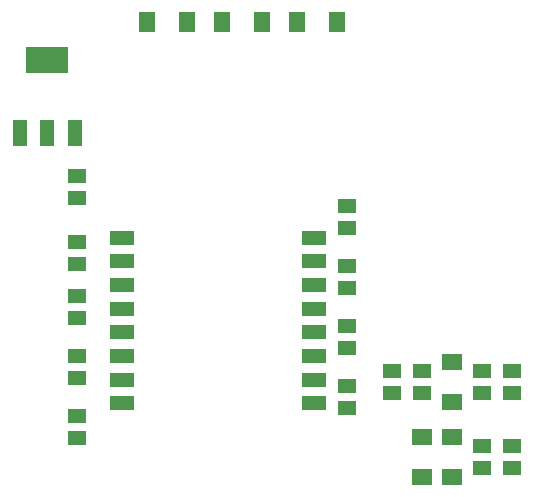
<source format=gtp>
G75*
%MOIN*%
%OFA0B0*%
%FSLAX25Y25*%
%IPPOS*%
%LPD*%
%AMOC8*
5,1,8,0,0,1.08239X$1,22.5*
%
%ADD10R,0.07087X0.05512*%
%ADD11R,0.05512X0.07087*%
%ADD12R,0.07874X0.04724*%
%ADD13R,0.04799X0.08799*%
%ADD14R,0.14173X0.08661*%
%ADD15R,0.05906X0.05118*%
D10*
X0153496Y0010307D03*
X0153496Y0023693D03*
X0163496Y0023693D03*
X0163496Y0035307D03*
X0163496Y0048693D03*
X0163496Y0010307D03*
D11*
X0125189Y0162000D03*
X0111803Y0162000D03*
X0100189Y0162000D03*
X0086803Y0162000D03*
X0075189Y0162000D03*
X0061803Y0162000D03*
D12*
X0053496Y0089992D03*
X0053496Y0082118D03*
X0053496Y0074244D03*
X0053496Y0066370D03*
X0053496Y0058496D03*
X0053496Y0050622D03*
X0053496Y0042748D03*
X0053496Y0034874D03*
X0117275Y0034874D03*
X0117275Y0042748D03*
X0117275Y0050622D03*
X0117275Y0058496D03*
X0117275Y0066370D03*
X0117275Y0074244D03*
X0117275Y0082118D03*
X0117275Y0089992D03*
D13*
X0037594Y0124799D03*
X0028496Y0124799D03*
X0019397Y0124799D03*
D14*
X0028496Y0149201D03*
D15*
X0038496Y0023260D03*
X0038496Y0030740D03*
X0038496Y0043260D03*
X0038496Y0050740D03*
X0038496Y0063260D03*
X0038496Y0070740D03*
X0038496Y0081260D03*
X0038496Y0088740D03*
X0038496Y0103260D03*
X0038496Y0110740D03*
X0128496Y0100740D03*
X0128496Y0093260D03*
X0128496Y0080740D03*
X0128496Y0073260D03*
X0128496Y0060740D03*
X0128496Y0053260D03*
X0128496Y0040740D03*
X0128496Y0033260D03*
X0143496Y0038260D03*
X0143496Y0045740D03*
X0153496Y0045740D03*
X0153496Y0038260D03*
X0173496Y0038260D03*
X0173496Y0045740D03*
X0183496Y0045740D03*
X0183496Y0038260D03*
X0183496Y0020740D03*
X0183496Y0013260D03*
X0173496Y0013260D03*
X0173496Y0020740D03*
M02*

</source>
